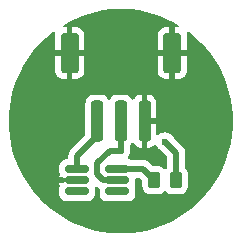
<source format=gbr>
%TF.GenerationSoftware,KiCad,Pcbnew,8.0.2-1*%
%TF.CreationDate,2024-10-03T17:15:38-04:00*%
%TF.ProjectId,lightPixel,6c696768-7450-4697-9865-6c2e6b696361,rev?*%
%TF.SameCoordinates,Original*%
%TF.FileFunction,Copper,L1,Top*%
%TF.FilePolarity,Positive*%
%FSLAX46Y46*%
G04 Gerber Fmt 4.6, Leading zero omitted, Abs format (unit mm)*
G04 Created by KiCad (PCBNEW 8.0.2-1) date 2024-10-03 17:15:38*
%MOMM*%
%LPD*%
G01*
G04 APERTURE LIST*
G04 Aperture macros list*
%AMRoundRect*
0 Rectangle with rounded corners*
0 $1 Rounding radius*
0 $2 $3 $4 $5 $6 $7 $8 $9 X,Y pos of 4 corners*
0 Add a 4 corners polygon primitive as box body*
4,1,4,$2,$3,$4,$5,$6,$7,$8,$9,$2,$3,0*
0 Add four circle primitives for the rounded corners*
1,1,$1+$1,$2,$3*
1,1,$1+$1,$4,$5*
1,1,$1+$1,$6,$7*
1,1,$1+$1,$8,$9*
0 Add four rect primitives between the rounded corners*
20,1,$1+$1,$2,$3,$4,$5,0*
20,1,$1+$1,$4,$5,$6,$7,0*
20,1,$1+$1,$6,$7,$8,$9,0*
20,1,$1+$1,$8,$9,$2,$3,0*%
G04 Aperture macros list end*
%TA.AperFunction,SMDPad,CuDef*%
%ADD10RoundRect,0.162500X-0.837500X-0.162500X0.837500X-0.162500X0.837500X0.162500X-0.837500X0.162500X0*%
%TD*%
%TA.AperFunction,SMDPad,CuDef*%
%ADD11RoundRect,0.250000X-0.262500X-0.450000X0.262500X-0.450000X0.262500X0.450000X-0.262500X0.450000X0*%
%TD*%
%TA.AperFunction,SMDPad,CuDef*%
%ADD12RoundRect,0.250000X0.250000X1.500000X-0.250000X1.500000X-0.250000X-1.500000X0.250000X-1.500000X0*%
%TD*%
%TA.AperFunction,SMDPad,CuDef*%
%ADD13RoundRect,0.250001X0.499999X1.449999X-0.499999X1.449999X-0.499999X-1.449999X0.499999X-1.449999X0*%
%TD*%
%TA.AperFunction,ViaPad*%
%ADD14C,0.600000*%
%TD*%
%TA.AperFunction,Conductor*%
%ADD15C,0.500000*%
%TD*%
G04 APERTURE END LIST*
D10*
%TO.P,U1,1,1A*%
%TO.N,AUX*%
X-3710000Y-4050000D03*
%TO.P,U1,2,GND*%
%TO.N,GND*%
X-3710000Y-5000000D03*
%TO.P,U1,3,2A*%
%TO.N,unconnected-(U1-2A-Pad3)*%
X-3710000Y-5950000D03*
%TO.P,U1,4,2Y*%
%TO.N,unconnected-(U1-2Y-Pad4)*%
X-290000Y-5950000D03*
%TO.P,U1,5,VCC*%
%TO.N,+5V*%
X-290000Y-5000000D03*
%TO.P,U1,6,1Y*%
%TO.N,Net-(U1-1Y)*%
X-290000Y-4050000D03*
%TD*%
D11*
%TO.P,R1,1*%
%TO.N,Net-(U1-1Y)*%
X2837500Y-5000000D03*
%TO.P,R1,2*%
%TO.N,Net-(D1-DIN)*%
X4662500Y-5000000D03*
%TD*%
D12*
%TO.P,J1,1,Pin_1*%
%TO.N,GND*%
X2000000Y0D03*
%TO.P,J1,2,Pin_2*%
%TO.N,+5V*%
X0Y0D03*
%TO.P,J1,3,Pin_3*%
%TO.N,AUX*%
X-2000000Y0D03*
D13*
%TO.P,J1,MP*%
%TO.N,GND*%
X4350000Y5750000D03*
X-4350000Y5750000D03*
%TD*%
D14*
%TO.N,+5V*%
X0Y-2500000D03*
%TO.N,Net-(D1-DIN)*%
X3750000Y-1750000D03*
%TO.N,GND*%
X3250000Y250000D03*
%TD*%
D15*
%TO.N,+5V*%
X0Y-2500000D02*
X0Y0D01*
X-290000Y-5000000D02*
X-1500000Y-5000000D01*
X-930354Y-2500000D02*
X0Y-2500000D01*
X-1500000Y-5000000D02*
X-2000000Y-4500000D01*
X-2000000Y-3569646D02*
X-930354Y-2500000D01*
X-2000000Y-4500000D02*
X-2000000Y-3569646D01*
%TO.N,Net-(D1-DIN)*%
X4662500Y-2662500D02*
X4662500Y-5000000D01*
X3750000Y-1750000D02*
X4662500Y-2662500D01*
%TO.N,AUX*%
X-3710000Y-4050000D02*
X-3710000Y-2960000D01*
X-3710000Y-2960000D02*
X-2000000Y-1250000D01*
X-2000000Y-1250000D02*
X-2000000Y0D01*
%TO.N,Net-(U1-1Y)*%
X-290000Y-4050000D02*
X1887500Y-4050000D01*
X1887500Y-4050000D02*
X2837500Y-5000000D01*
%TD*%
%TA.AperFunction,Conductor*%
%TO.N,GND*%
G36*
X308446Y9494364D02*
G01*
X908198Y9455859D01*
X916110Y9455096D01*
X1512180Y9378240D01*
X1520027Y9376971D01*
X2109925Y9262089D01*
X2117674Y9260321D01*
X2699029Y9107872D01*
X2706649Y9105610D01*
X3277016Y8916235D01*
X3284476Y8913490D01*
X3841555Y8687954D01*
X3848824Y8684736D01*
X4390294Y8423977D01*
X4397341Y8420301D01*
X4820393Y8182044D01*
X4869146Y8131995D01*
X4883101Y8063533D01*
X4857828Y7998394D01*
X4801351Y7957260D01*
X4759544Y7950000D01*
X4600000Y7950000D01*
X4600000Y6000000D01*
X5600000Y6000000D01*
X5600000Y7249972D01*
X5599999Y7249985D01*
X5589506Y7352689D01*
X5589504Y7352698D01*
X5571231Y7407842D01*
X5568828Y7477671D01*
X5604559Y7537713D01*
X5667079Y7568906D01*
X5736538Y7561347D01*
X5763101Y7546223D01*
X5919658Y7429382D01*
X5925873Y7424426D01*
X6383488Y7034853D01*
X6389373Y7029509D01*
X6821110Y6611395D01*
X6826639Y6605685D01*
X7230675Y6160797D01*
X7235828Y6154745D01*
X7610555Y5684852D01*
X7615309Y5678481D01*
X7959134Y5185582D01*
X7963471Y5178921D01*
X8275035Y4664963D01*
X8278935Y4658037D01*
X8556914Y4125204D01*
X8560363Y4118042D01*
X8803636Y3568485D01*
X8806619Y3561117D01*
X9014178Y2997110D01*
X9016683Y2989567D01*
X9187688Y2413396D01*
X9189704Y2405707D01*
X9323434Y1819797D01*
X9324954Y1811994D01*
X9420875Y1218688D01*
X9421891Y1210805D01*
X9479600Y612588D01*
X9480109Y604655D01*
X9499372Y3974D01*
X9499372Y-3974D01*
X9480109Y-604655D01*
X9479600Y-612588D01*
X9421891Y-1210805D01*
X9420875Y-1218688D01*
X9324954Y-1811994D01*
X9323434Y-1819797D01*
X9189704Y-2405707D01*
X9187688Y-2413396D01*
X9016683Y-2989567D01*
X9014178Y-2997110D01*
X8806619Y-3561117D01*
X8803636Y-3568485D01*
X8560363Y-4118042D01*
X8556914Y-4125204D01*
X8278935Y-4658037D01*
X8275035Y-4664963D01*
X7963471Y-5178921D01*
X7959134Y-5185582D01*
X7615309Y-5678481D01*
X7610555Y-5684852D01*
X7235828Y-6154745D01*
X7230675Y-6160797D01*
X6826639Y-6605685D01*
X6821110Y-6611395D01*
X6389373Y-7029509D01*
X6383488Y-7034853D01*
X5925873Y-7424426D01*
X5919659Y-7429382D01*
X5438008Y-7788848D01*
X5431488Y-7793396D01*
X4927809Y-8121255D01*
X4921012Y-8125376D01*
X4397341Y-8420301D01*
X4390294Y-8423977D01*
X3848824Y-8684736D01*
X3841555Y-8687954D01*
X3284476Y-8913490D01*
X3277016Y-8916235D01*
X2706649Y-9105610D01*
X2699029Y-9107872D01*
X2117674Y-9260321D01*
X2109925Y-9262089D01*
X1520027Y-9376971D01*
X1512180Y-9378240D01*
X916110Y-9455096D01*
X908198Y-9455859D01*
X308446Y-9494364D01*
X300501Y-9494619D01*
X-300501Y-9494619D01*
X-308446Y-9494364D01*
X-908198Y-9455859D01*
X-916110Y-9455096D01*
X-1512180Y-9378240D01*
X-1520027Y-9376971D01*
X-2109925Y-9262089D01*
X-2117674Y-9260321D01*
X-2699029Y-9107872D01*
X-2706649Y-9105610D01*
X-3277016Y-8916235D01*
X-3284476Y-8913490D01*
X-3841555Y-8687954D01*
X-3848824Y-8684736D01*
X-4390294Y-8423977D01*
X-4397341Y-8420301D01*
X-4921012Y-8125376D01*
X-4927809Y-8121255D01*
X-5431488Y-7793396D01*
X-5438008Y-7788848D01*
X-5919659Y-7429382D01*
X-5925873Y-7424426D01*
X-6383488Y-7034853D01*
X-6389373Y-7029509D01*
X-6821110Y-6611395D01*
X-6826639Y-6605685D01*
X-7230675Y-6160797D01*
X-7235828Y-6154745D01*
X-7610555Y-5684852D01*
X-7615309Y-5678481D01*
X-7959134Y-5185582D01*
X-7963471Y-5178921D01*
X-8275035Y-4664963D01*
X-8278935Y-4658037D01*
X-8556914Y-4125204D01*
X-8560363Y-4118042D01*
X-8686140Y-3833909D01*
X-5210500Y-3833909D01*
X-5210499Y-4050951D01*
X-5210499Y-4266098D01*
X-5204431Y-4332882D01*
X-5204430Y-4332885D01*
X-5204430Y-4332887D01*
X-5184389Y-4397203D01*
X-5155799Y-4488950D01*
X-5154647Y-4558810D01*
X-5155799Y-4562732D01*
X-5203933Y-4717200D01*
X-5203935Y-4717207D01*
X-5206914Y-4749999D01*
X-5206915Y-4750000D01*
X-4974496Y-4750000D01*
X-4910346Y-4767882D01*
X-4821602Y-4821531D01*
X-4667887Y-4869430D01*
X-4601091Y-4875500D01*
X-3583998Y-4875499D01*
X-3516961Y-4895183D01*
X-3471206Y-4947987D01*
X-3460000Y-4999499D01*
X-3460000Y-5000500D01*
X-3479685Y-5067539D01*
X-3532489Y-5113294D01*
X-3584000Y-5124500D01*
X-4601098Y-5124500D01*
X-4667882Y-5130568D01*
X-4667893Y-5130571D01*
X-4821598Y-5178467D01*
X-4821600Y-5178468D01*
X-4821602Y-5178469D01*
X-4833368Y-5185582D01*
X-4910346Y-5232117D01*
X-4974496Y-5250000D01*
X-5206914Y-5250000D01*
X-5203935Y-5282792D01*
X-5203933Y-5282799D01*
X-5155799Y-5437267D01*
X-5154647Y-5507127D01*
X-5155798Y-5511048D01*
X-5156529Y-5513395D01*
X-5156531Y-5513398D01*
X-5204430Y-5667113D01*
X-5210500Y-5733909D01*
X-5210499Y-6042710D01*
X-5210499Y-6166098D01*
X-5204431Y-6232882D01*
X-5204430Y-6232885D01*
X-5204430Y-6232887D01*
X-5156531Y-6386602D01*
X-5073236Y-6524388D01*
X-4959388Y-6638236D01*
X-4821602Y-6721531D01*
X-4667887Y-6769430D01*
X-4601091Y-6775500D01*
X-2818910Y-6775499D01*
X-2818902Y-6775499D01*
X-2752117Y-6769431D01*
X-2752106Y-6769428D01*
X-2598401Y-6721532D01*
X-2598400Y-6721531D01*
X-2598398Y-6721531D01*
X-2460612Y-6638236D01*
X-2460610Y-6638234D01*
X-2460608Y-6638233D01*
X-2346766Y-6524391D01*
X-2263469Y-6386602D01*
X-2215569Y-6232883D01*
X-2209500Y-6166088D01*
X-2209500Y-5733901D01*
X-2215569Y-5667109D01*
X-2215609Y-5666911D01*
X-2215598Y-5666792D01*
X-2216163Y-5660578D01*
X-2215031Y-5660475D01*
X-2209369Y-5597320D01*
X-2166496Y-5542151D01*
X-2100602Y-5518918D01*
X-2032608Y-5534998D01*
X-2006315Y-5555052D01*
X-1978416Y-5582952D01*
X-1904729Y-5632186D01*
X-1855495Y-5665084D01*
X-1855491Y-5665085D01*
X-1850428Y-5668469D01*
X-1851172Y-5669583D01*
X-1806215Y-5713726D01*
X-1790499Y-5774142D01*
X-1790499Y-6042710D01*
X-1790499Y-6166098D01*
X-1784431Y-6232882D01*
X-1784430Y-6232885D01*
X-1784430Y-6232887D01*
X-1736531Y-6386602D01*
X-1653236Y-6524388D01*
X-1539388Y-6638236D01*
X-1401602Y-6721531D01*
X-1247887Y-6769430D01*
X-1181091Y-6775500D01*
X601090Y-6775499D01*
X601097Y-6775499D01*
X667882Y-6769431D01*
X667885Y-6769430D01*
X667887Y-6769430D01*
X821602Y-6721531D01*
X959388Y-6638236D01*
X1073236Y-6524388D01*
X1156531Y-6386602D01*
X1204430Y-6232887D01*
X1210500Y-6166091D01*
X1210499Y-5733910D01*
X1210499Y-5733909D01*
X1210499Y-5733901D01*
X1204431Y-5667117D01*
X1204429Y-5667109D01*
X1156061Y-5511890D01*
X1154909Y-5442029D01*
X1156061Y-5438109D01*
X1175536Y-5375612D01*
X1204430Y-5282887D01*
X1210500Y-5216091D01*
X1210499Y-4924498D01*
X1230183Y-4857461D01*
X1282987Y-4811706D01*
X1334499Y-4800500D01*
X1525270Y-4800500D01*
X1592309Y-4820185D01*
X1612951Y-4836819D01*
X1788181Y-5012049D01*
X1821666Y-5073372D01*
X1824500Y-5099730D01*
X1824500Y-5500001D01*
X1824501Y-5500019D01*
X1835000Y-5602796D01*
X1835001Y-5602799D01*
X1878448Y-5733911D01*
X1890186Y-5769334D01*
X1982288Y-5918656D01*
X2106344Y-6042712D01*
X2255666Y-6134814D01*
X2422203Y-6189999D01*
X2524991Y-6200500D01*
X3150008Y-6200499D01*
X3150016Y-6200498D01*
X3150019Y-6200498D01*
X3206302Y-6194748D01*
X3252797Y-6189999D01*
X3419334Y-6134814D01*
X3568656Y-6042712D01*
X3662319Y-5949049D01*
X3723642Y-5915564D01*
X3793334Y-5920548D01*
X3837681Y-5949049D01*
X3931344Y-6042712D01*
X4080666Y-6134814D01*
X4247203Y-6189999D01*
X4349991Y-6200500D01*
X4975008Y-6200499D01*
X4975016Y-6200498D01*
X4975019Y-6200498D01*
X5031302Y-6194748D01*
X5077797Y-6189999D01*
X5244334Y-6134814D01*
X5393656Y-6042712D01*
X5517712Y-5918656D01*
X5609814Y-5769334D01*
X5664999Y-5602797D01*
X5675500Y-5500009D01*
X5675499Y-4499992D01*
X5664999Y-4397203D01*
X5609814Y-4230666D01*
X5517712Y-4081344D01*
X5449319Y-4012951D01*
X5415834Y-3951628D01*
X5413000Y-3925270D01*
X5413000Y-2588579D01*
X5384159Y-2443592D01*
X5384158Y-2443591D01*
X5384158Y-2443587D01*
X5327584Y-2307005D01*
X5275073Y-2228416D01*
X5275073Y-2228415D01*
X5256105Y-2200028D01*
X5245452Y-2184084D01*
X4503307Y-1441939D01*
X4480653Y-1405869D01*
X4478813Y-1406756D01*
X4475792Y-1400484D01*
X4475789Y-1400480D01*
X4475789Y-1400478D01*
X4379816Y-1247738D01*
X4252262Y-1120184D01*
X4170103Y-1068560D01*
X4099523Y-1024211D01*
X3929254Y-964631D01*
X3929249Y-964630D01*
X3750004Y-944435D01*
X3749996Y-944435D01*
X3570750Y-964630D01*
X3570745Y-964631D01*
X3400476Y-1024211D01*
X3247737Y-1120184D01*
X3211679Y-1156242D01*
X3150356Y-1189727D01*
X3080664Y-1184741D01*
X3024731Y-1142869D01*
X3000315Y-1077405D01*
X2999999Y-1068560D01*
X3000000Y-250000D01*
X2250000Y-250000D01*
X2250000Y-2249999D01*
X2299972Y-2249999D01*
X2299986Y-2249998D01*
X2402697Y-2239505D01*
X2569119Y-2184358D01*
X2569124Y-2184356D01*
X2718342Y-2092317D01*
X2803513Y-2007146D01*
X2864836Y-1973661D01*
X2934528Y-1978645D01*
X2990462Y-2020516D01*
X3008236Y-2053872D01*
X3024208Y-2099519D01*
X3112168Y-2239505D01*
X3120184Y-2252262D01*
X3247738Y-2379816D01*
X3400478Y-2475789D01*
X3400480Y-2475789D01*
X3400484Y-2475792D01*
X3406756Y-2478813D01*
X3405869Y-2480653D01*
X3441939Y-2503307D01*
X3875681Y-2937049D01*
X3909166Y-2998372D01*
X3912000Y-3024730D01*
X3912000Y-3925270D01*
X3892315Y-3992309D01*
X3875681Y-4012951D01*
X3837681Y-4050951D01*
X3776358Y-4084436D01*
X3706666Y-4079452D01*
X3662319Y-4050951D01*
X3568657Y-3957289D01*
X3568656Y-3957288D01*
X3419334Y-3865186D01*
X3252797Y-3810001D01*
X3252795Y-3810000D01*
X3150016Y-3799500D01*
X3150009Y-3799500D01*
X2749730Y-3799500D01*
X2682691Y-3779815D01*
X2662049Y-3763181D01*
X2365921Y-3467052D01*
X2365914Y-3467046D01*
X2285125Y-3413065D01*
X2285026Y-3413000D01*
X2242995Y-3384916D01*
X2242994Y-3384915D01*
X2242992Y-3384914D01*
X2106417Y-3328343D01*
X2106407Y-3328340D01*
X1961420Y-3299500D01*
X1961418Y-3299500D01*
X890959Y-3299500D01*
X826811Y-3281618D01*
X821602Y-3278469D01*
X667887Y-3230570D01*
X667882Y-3230569D01*
X661623Y-3228619D01*
X662441Y-3225992D01*
X611306Y-3199234D01*
X576742Y-3138513D01*
X580493Y-3068744D01*
X609742Y-3022335D01*
X629816Y-3002262D01*
X725789Y-2849522D01*
X785368Y-2679255D01*
X793790Y-2604507D01*
X805565Y-2500003D01*
X805565Y-2499996D01*
X785368Y-2320747D01*
X785368Y-2320745D01*
X757458Y-2240982D01*
X750500Y-2200028D01*
X750500Y-2112230D01*
X770185Y-2045191D01*
X786819Y-2024549D01*
X804222Y-2007146D01*
X842712Y-1968656D01*
X894755Y-1884279D01*
X946701Y-1837556D01*
X1015664Y-1826333D01*
X1079746Y-1854176D01*
X1105831Y-1884280D01*
X1157680Y-1968340D01*
X1157683Y-1968344D01*
X1281654Y-2092315D01*
X1430875Y-2184356D01*
X1430880Y-2184358D01*
X1597302Y-2239505D01*
X1597309Y-2239506D01*
X1700019Y-2249999D01*
X1749999Y-2249998D01*
X1750000Y-2249998D01*
X1750000Y2249998D01*
X2250000Y2249998D01*
X2250000Y250000D01*
X2999999Y250000D01*
X2999999Y1549971D01*
X2999998Y1549986D01*
X2989505Y1652697D01*
X2934358Y1819119D01*
X2934356Y1819124D01*
X2842315Y1968345D01*
X2718345Y2092315D01*
X2569124Y2184356D01*
X2569119Y2184358D01*
X2402697Y2239505D01*
X2402690Y2239506D01*
X2299980Y2249999D01*
X2250000Y2249998D01*
X1750000Y2249998D01*
X1750000Y2249999D01*
X1700028Y2249999D01*
X1700013Y2249998D01*
X1597302Y2239505D01*
X1430880Y2184358D01*
X1430875Y2184356D01*
X1281654Y2092315D01*
X1157683Y1968344D01*
X1157680Y1968340D01*
X1105831Y1884280D01*
X1053883Y1837555D01*
X984921Y1826334D01*
X920839Y1854177D01*
X894755Y1884280D01*
X842712Y1968656D01*
X718656Y2092712D01*
X569334Y2184814D01*
X402797Y2239999D01*
X300009Y2250500D01*
X-300008Y2250499D01*
X-300016Y2250498D01*
X-300019Y2250498D01*
X-356302Y2244748D01*
X-402797Y2239999D01*
X-569334Y2184814D01*
X-718656Y2092712D01*
X-842712Y1968656D01*
X-894461Y1884757D01*
X-946409Y1838032D01*
X-1015371Y1826809D01*
X-1079454Y1854653D01*
X-1105539Y1884757D01*
X-1157287Y1968655D01*
X-1281342Y2092710D01*
X-1281344Y2092712D01*
X-1430666Y2184814D01*
X-1597203Y2239999D01*
X-1699991Y2250500D01*
X-2300008Y2250499D01*
X-2300016Y2250498D01*
X-2300019Y2250498D01*
X-2356302Y2244748D01*
X-2402797Y2239999D01*
X-2569334Y2184814D01*
X-2718656Y2092712D01*
X-2842712Y1968656D01*
X-2934814Y1819334D01*
X-2989999Y1652797D01*
X-3000500Y1550009D01*
X-3000499Y3974D01*
X-3000499Y-1137769D01*
X-3020184Y-1204808D01*
X-3036818Y-1225450D01*
X-4292952Y-2481584D01*
X-4292956Y-2481589D01*
X-4342185Y-2555268D01*
X-4342186Y-2555270D01*
X-4364444Y-2588582D01*
X-4375085Y-2604507D01*
X-4375086Y-2604509D01*
X-4431656Y-2741082D01*
X-4431658Y-2741087D01*
X-4431658Y-2741091D01*
X-4431659Y-2741092D01*
X-4460500Y-2886079D01*
X-4460500Y-3100500D01*
X-4480185Y-3167539D01*
X-4532989Y-3213294D01*
X-4584494Y-3224500D01*
X-4601098Y-3224500D01*
X-4667882Y-3230568D01*
X-4667893Y-3230571D01*
X-4821598Y-3278467D01*
X-4821600Y-3278468D01*
X-4821602Y-3278469D01*
X-4904103Y-3328343D01*
X-4959391Y-3361766D01*
X-5073233Y-3475608D01*
X-5073234Y-3475610D01*
X-5073236Y-3475612D01*
X-5156531Y-3613398D01*
X-5204430Y-3767113D01*
X-5210500Y-3833909D01*
X-8686140Y-3833909D01*
X-8803636Y-3568485D01*
X-8806619Y-3561117D01*
X-9014178Y-2997110D01*
X-9016683Y-2989567D01*
X-9187688Y-2413396D01*
X-9189704Y-2405707D01*
X-9323434Y-1819797D01*
X-9324954Y-1811994D01*
X-9420875Y-1218688D01*
X-9421891Y-1210805D01*
X-9479600Y-612588D01*
X-9480109Y-604655D01*
X-9499372Y-3974D01*
X-9499372Y3974D01*
X-9480109Y604655D01*
X-9479600Y612588D01*
X-9421891Y1210805D01*
X-9420875Y1218688D01*
X-9324954Y1811994D01*
X-9323434Y1819797D01*
X-9189704Y2405707D01*
X-9187688Y2413396D01*
X-9016683Y2989567D01*
X-9014178Y2997110D01*
X-8806619Y3561117D01*
X-8803636Y3568485D01*
X-8560363Y4118042D01*
X-8556914Y4125204D01*
X-8491794Y4250027D01*
X-5600000Y4250027D01*
X-5599999Y4250014D01*
X-5589506Y4147310D01*
X-5589505Y4147303D01*
X-5534358Y3980881D01*
X-5534356Y3980876D01*
X-5442315Y3831655D01*
X-5318344Y3707684D01*
X-5169123Y3615643D01*
X-5169118Y3615641D01*
X-5002696Y3560494D01*
X-5002689Y3560493D01*
X-4899985Y3550000D01*
X-4600000Y3550000D01*
X-4100000Y3550000D01*
X-3800014Y3550000D01*
X-3697310Y3560493D01*
X-3697303Y3560494D01*
X-3530881Y3615641D01*
X-3530876Y3615643D01*
X-3381655Y3707684D01*
X-3257684Y3831655D01*
X-3165643Y3980876D01*
X-3165641Y3980881D01*
X-3110494Y4147303D01*
X-3110493Y4147310D01*
X-3100000Y4250014D01*
X3100000Y4250014D01*
X3110493Y4147310D01*
X3110494Y4147303D01*
X3165641Y3980881D01*
X3165643Y3980876D01*
X3257684Y3831655D01*
X3381655Y3707684D01*
X3530876Y3615643D01*
X3530881Y3615641D01*
X3697303Y3560494D01*
X3697310Y3560493D01*
X3800014Y3550000D01*
X4100000Y3550000D01*
X4600000Y3550000D01*
X4899985Y3550000D01*
X5002689Y3560493D01*
X5002696Y3560494D01*
X5169118Y3615641D01*
X5169123Y3615643D01*
X5318344Y3707684D01*
X5442315Y3831655D01*
X5534356Y3980876D01*
X5534358Y3980881D01*
X5589505Y4147303D01*
X5589506Y4147310D01*
X5599999Y4250014D01*
X5600000Y4250027D01*
X5600000Y5500000D01*
X4600000Y5500000D01*
X4600000Y3550000D01*
X4100000Y3550000D01*
X4100000Y5500000D01*
X3100000Y5500000D01*
X3100000Y4250014D01*
X-3100000Y4250014D01*
X-3100000Y5500000D01*
X-4100000Y5500000D01*
X-4100000Y3550000D01*
X-4600000Y3550000D01*
X-4600000Y5500000D01*
X-5600000Y5500000D01*
X-5600000Y4250027D01*
X-8491794Y4250027D01*
X-8278935Y4658037D01*
X-8275035Y4664963D01*
X-7963471Y5178921D01*
X-7959134Y5185582D01*
X-7615309Y5678481D01*
X-7610555Y5684852D01*
X-7235828Y6154745D01*
X-7230675Y6160797D01*
X-6826639Y6605685D01*
X-6821110Y6611395D01*
X-6389373Y7029509D01*
X-6383488Y7034853D01*
X-5925873Y7424426D01*
X-5919658Y7429382D01*
X-5763101Y7546223D01*
X-5697602Y7570545D01*
X-5629350Y7555593D01*
X-5580017Y7506116D01*
X-5565265Y7437821D01*
X-5571231Y7407842D01*
X-5589504Y7352698D01*
X-5589506Y7352689D01*
X-5599999Y7249985D01*
X-5600000Y7249972D01*
X-5600000Y6000000D01*
X-4600000Y6000000D01*
X-4100000Y6000000D01*
X-3100000Y6000000D01*
X-3100000Y7249985D01*
X3100000Y7249985D01*
X3100000Y6000000D01*
X4100000Y6000000D01*
X4100000Y7950000D01*
X3800027Y7950000D01*
X3800014Y7949999D01*
X3697310Y7939506D01*
X3697303Y7939505D01*
X3530881Y7884358D01*
X3530876Y7884356D01*
X3381655Y7792315D01*
X3257684Y7668344D01*
X3165643Y7519123D01*
X3165641Y7519118D01*
X3110494Y7352696D01*
X3110493Y7352689D01*
X3100000Y7249985D01*
X-3100000Y7249985D01*
X-3110493Y7352689D01*
X-3110494Y7352696D01*
X-3165641Y7519118D01*
X-3165643Y7519123D01*
X-3257684Y7668344D01*
X-3381655Y7792315D01*
X-3530876Y7884356D01*
X-3530881Y7884358D01*
X-3697303Y7939505D01*
X-3697310Y7939506D01*
X-3800014Y7949999D01*
X-3800027Y7950000D01*
X-4100000Y7950000D01*
X-4100000Y6000000D01*
X-4600000Y6000000D01*
X-4600000Y7950000D01*
X-4759544Y7950000D01*
X-4826583Y7969685D01*
X-4872338Y8022489D01*
X-4882282Y8091647D01*
X-4853257Y8155203D01*
X-4820393Y8182044D01*
X-4397341Y8420301D01*
X-4390294Y8423977D01*
X-3848824Y8684736D01*
X-3841555Y8687954D01*
X-3284476Y8913490D01*
X-3277016Y8916235D01*
X-2706649Y9105610D01*
X-2699029Y9107872D01*
X-2117674Y9260321D01*
X-2109925Y9262089D01*
X-1520027Y9376971D01*
X-1512180Y9378240D01*
X-916110Y9455096D01*
X-908198Y9455859D01*
X-308446Y9494364D01*
X-300501Y9494619D01*
X300501Y9494619D01*
X308446Y9494364D01*
G37*
%TD.AperFunction*%
%TD*%
M02*

</source>
